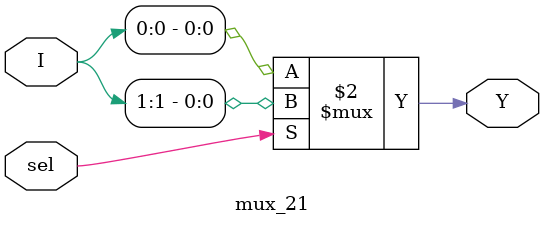
<source format=v>



module mux_21( Y, I , sel);

       output Y;
       input [1:0] I;
       input sel;

       // using continuous assignment

       assign Y = ( sel == 1'b0 )? I[0] :
	       I[1] ;

endmodule

</source>
